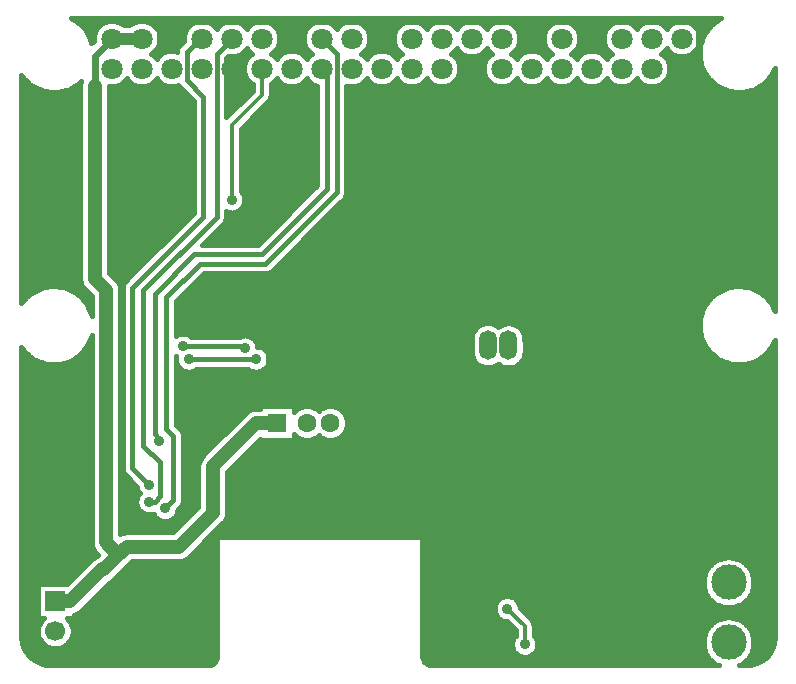
<source format=gbl>
G04 DipTrace 3.0.0.2*
G04 InterfaceBoard.GBL*
%MOMM*%
G04 #@! TF.FileFunction,Copper,L2,Bot*
G04 #@! TF.Part,Single*
G04 #@! TA.AperFunction,Conductor*
%ADD13C,0.3*%
G04 #@! TA.AperFunction,CopperBalancing*
%ADD14C,0.4*%
G04 #@! TA.AperFunction,Conductor*
%ADD16C,0.6*%
%ADD18C,1.2*%
%ADD20C,1.0*%
G04 #@! TA.AperFunction,ComponentPad*
%ADD22C,3.0*%
%ADD30R,1.6X1.6*%
%ADD31C,1.6*%
%ADD32O,1.5X2.0*%
%ADD33R,1.7X1.7*%
%ADD34C,1.7*%
%ADD40C,1.8*%
%ADD41O,1.5X2.5*%
G04 #@! TA.AperFunction,ViaPad*
%ADD51C,0.9*%
%FSLAX35Y35*%
G04*
G71*
G90*
G75*
G01*
G04 Bottom*
%LPD*%
X1839843Y4000500D2*
D13*
Y4635500D1*
X2093843Y4889500D1*
Y5112200D1*
X2093930Y5112287D1*
X5237093Y587373D2*
D14*
X4871970D1*
X4707960Y751383D1*
X4632077Y827267D1*
X4475093Y984250D1*
X4804363Y367403D2*
Y541017D1*
X4850720Y587373D1*
X4871970D1*
X3924263Y886983D2*
X4334237D1*
X4459220Y762000D1*
X4566810D1*
X4632077Y827267D1*
X4707960Y751383D2*
X4813727D1*
X5094217Y1031873D1*
Y1372823D1*
Y1619380D1*
X5332343D1*
X5363963D1*
X5713317Y1270027D1*
X6047354D1*
X1204843Y1270000D2*
X1315967D1*
X1474717Y1428750D1*
Y1809750D1*
X1998593Y2333627D1*
X2935220D1*
X2951093Y2349500D1*
Y2136613D1*
X2926077Y2111597D1*
X3216077Y1376597D2*
Y1677860D1*
X3236843Y1698627D1*
X1950970D1*
X1935093Y1682750D1*
Y1377580D1*
X1936077Y1376597D1*
X3216077Y1677860D2*
X3871843D1*
X3967097D1*
X3982970D1*
X4125843D1*
X4252843D1*
Y1587500D1*
X5094217Y1372823D2*
X4633843D1*
X4506843D1*
X4379843D1*
X4125843D1*
X4007147D1*
X3982970Y1397000D1*
Y1460500D1*
Y1587500D1*
Y1677860D1*
X1331930Y5366287D2*
Y5492837D1*
X1347720Y5508627D1*
X2347930D1*
X3109930D1*
X4379930D1*
X5776843D1*
X5792717Y5524500D1*
Y5112287D1*
Y3540123D1*
X5332343Y3079750D1*
Y1619380D1*
X5649930Y5112287D2*
X5792717D1*
X4379930Y5366287D2*
Y5508627D1*
X3109930Y5366287D2*
Y5508627D1*
X2347930Y5366287D2*
Y5508627D1*
X4125843Y1714500D2*
Y1677860D1*
X3998843Y1714500D2*
X3967097Y1677860D1*
X3871843Y1714500D2*
Y1677860D1*
X3998843Y1587500D2*
X3982970D1*
X3998843Y1460500D2*
X3982970D1*
X3998843Y1333500D2*
X4007147Y1372823D1*
X4125843Y1333500D2*
Y1372823D1*
X4379843Y1333500D2*
Y1372823D1*
X4506843Y1333500D2*
Y1372823D1*
X4633843Y1333500D2*
Y1372823D1*
X347617Y603310D2*
D18*
X474653D1*
X744470Y873127D1*
X760343D1*
X882663Y995447D1*
X950840Y1063623D1*
X1391967D1*
X1681093Y1352750D1*
Y1746250D1*
X2046217Y2111373D1*
X2225853D1*
X2226077Y2111597D1*
X1077930Y5366287D2*
D20*
X823930D1*
D18*
X824383D1*
D16*
X680970Y5222873D1*
Y4968873D1*
D18*
Y3333747D1*
X776217Y3238500D1*
Y1101893D1*
X882663Y995447D1*
X1476900Y2653307D2*
D14*
X2046217D1*
X1228343Y1960000D2*
Y1980000D1*
X1188967Y2019377D1*
Y3206747D1*
X1522220Y3540000D1*
X2098343D1*
X2648343Y4090000D1*
Y5065873D1*
X2601930Y5112287D1*
X1141123Y1587720D2*
X998467Y1730377D1*
Y3254373D1*
X1601717Y3857623D1*
Y4873627D1*
X1458843Y5016500D1*
Y5254623D1*
X1570507Y5366287D1*
X1585930D1*
X1141343Y1444627D2*
X1188970D1*
X1236593Y1492250D1*
Y1778000D1*
X1093717Y1920877D1*
Y3238500D1*
X1712843Y3857627D1*
Y5239200D1*
X1839930Y5366287D1*
X1276280Y1389063D2*
X1347717Y1460500D1*
Y2000253D1*
X1284217Y2063753D1*
Y3174997D1*
X1569970Y3460750D1*
X2125593D1*
X2728843Y4064000D1*
Y5239373D1*
X2601930Y5366287D1*
X1427093Y2762250D2*
X1935093D1*
X1950970Y2746373D1*
X4321440Y238150D2*
D13*
Y391780D1*
X4173470Y539750D1*
D51*
X1839843Y4000500D3*
X5237093Y587373D3*
X4475093Y984250D3*
X4804363Y367403D3*
X3924263Y886983D3*
X1204843Y1270000D3*
X4252843Y1587500D3*
X1476900Y2653307D3*
X2046217D3*
X1228343Y1960000D3*
X1141123Y1587720D3*
X1141343Y1444627D3*
X1276280Y1389063D3*
X1427093Y2762250D3*
X1950970Y2746373D3*
X4321440Y238150D3*
X4173470Y539750D3*
X299970Y4572000D3*
Y3619500D3*
Y2397127D3*
X157093Y1301750D3*
X172970Y1762127D3*
X2252593Y4222750D3*
X2268470Y4714873D3*
X1236593Y3984627D3*
X1093717Y4508500D3*
X1538217Y2984500D3*
X1696970Y3254373D3*
X411093Y127000D3*
X1617593Y968373D3*
X3871843Y1841500D3*
X3998843D3*
X4125843D3*
X4252843D3*
X4379843D3*
X4506843D3*
X4633843D3*
Y1714500D3*
X4506843D3*
X4379843D3*
X4252843D3*
X4125843D3*
X3998843D3*
X3871843D3*
Y1587500D3*
X3998843D3*
X4125843D3*
X4379843D3*
X4506843D3*
X4633843D3*
Y1460500D3*
X4506843D3*
X4379843D3*
X4252843D3*
X4125843D3*
X3998843D3*
X3871843D3*
X760263Y460327D3*
X3998843Y1333500D3*
X4125843D3*
X4252843D3*
X4379843D3*
X4506843D3*
X4633843D3*
Y1968500D3*
X4506843D3*
X4379843D3*
X4252843D3*
X4125843D3*
X3998843D3*
X3871843D3*
X4768343Y440000D3*
X4838343D3*
Y300000D3*
X4768343D3*
X3888343Y820000D3*
X3958343D3*
Y970000D3*
X3888343D3*
X5157177Y2222267D3*
X5284163Y2476240D3*
X5649250D3*
X5982590Y2238140D3*
X6141323Y2015913D3*
X6014337Y1793687D3*
X5744490Y1730193D3*
Y1460347D3*
X546617Y5500333D2*
D14*
X749086D1*
X898727D2*
X1003148D1*
X1152711D2*
X1511117D1*
X1660758D2*
X1765102D1*
X1914742D2*
X2019086D1*
X2168727D2*
X2527133D1*
X2676773D2*
X2781117D1*
X2930758D2*
X3289086D1*
X3438727D2*
X3543148D1*
X3692711D2*
X3797133D1*
X3946773D2*
X4051117D1*
X4200758D2*
X4559086D1*
X4708727D2*
X5067133D1*
X5216773D2*
X5321117D1*
X5470758D2*
X5575102D1*
X5724742D2*
X5921195D1*
X587555Y5460667D2*
X701273D1*
X1200602D2*
X1463305D1*
X2216539D2*
X2479320D1*
X2978570D2*
X3241273D1*
X4248570D2*
X4511273D1*
X4756539D2*
X5019320D1*
X5772555D2*
X5880336D1*
X617008Y5421000D2*
X678539D1*
X1223336D2*
X1440570D1*
X2239273D2*
X2456586D1*
X3001305D2*
X3218539D1*
X4271305D2*
X4488539D1*
X4779273D2*
X4996586D1*
X5795289D2*
X5850805D1*
X638492Y5381333D2*
X669086D1*
X1232789D2*
X1431117D1*
X2248805D2*
X2447055D1*
X3010758D2*
X3209086D1*
X4280758D2*
X4479086D1*
X4788805D2*
X4987055D1*
X5804742D2*
X5829329D1*
X1231539Y5341667D2*
X1426508D1*
X2247555D2*
X2448305D1*
X3009508D2*
X3210336D1*
X4279508D2*
X4480336D1*
X4787555D2*
X4988305D1*
X1219195Y5302000D2*
X1388461D1*
X2235211D2*
X2460648D1*
X2997242D2*
X3222602D1*
X4267242D2*
X4492602D1*
X4775211D2*
X5000648D1*
X1192242Y5262333D2*
X1306273D1*
X1954273D2*
X1979555D1*
X2208258D2*
X2322289D1*
X2373570D2*
X2487602D1*
X2970289D2*
X3084320D1*
X3135602D2*
X3249555D1*
X3732242D2*
X3757602D1*
X3986305D2*
X4011656D1*
X4240289D2*
X4354320D1*
X4405602D2*
X4519555D1*
X4748258D2*
X4862289D1*
X4913570D2*
X5027602D1*
X5510289D2*
X5535539D1*
X5764273D2*
X5800102D1*
X1185836Y5222667D2*
X1224008D1*
X1892477D2*
X1986039D1*
X2201852D2*
X2240023D1*
X2455836D2*
X2494008D1*
X2963883D2*
X3001977D1*
X3217867D2*
X3256039D1*
X3725836D2*
X3819398D1*
X3924430D2*
X4017992D1*
X4233883D2*
X4271977D1*
X4487867D2*
X4526039D1*
X4741852D2*
X4780023D1*
X4995836D2*
X5034008D1*
X5503883D2*
X5597367D1*
X5702477D2*
X5800336D1*
X1798414Y5183000D2*
X1955805D1*
X3755992D2*
X3987836D1*
X5534039D2*
X5805336D1*
X1798414Y5143333D2*
X1941508D1*
X3770289D2*
X3973539D1*
X5548336D2*
X5815414D1*
X1798414Y5103667D2*
X1938539D1*
X3773258D2*
X3970570D1*
X5551305D2*
X5831039D1*
X1798414Y5064000D2*
X1946195D1*
X3765602D2*
X3978227D1*
X5543648D2*
X5853148D1*
X6414742D2*
X6436039D1*
X1798414Y5024333D2*
X1966430D1*
X3745445D2*
X3998461D1*
X5523414D2*
X5883461D1*
X6384352D2*
X6436039D1*
X64039Y4984667D2*
X125648D1*
X909742D2*
X992133D1*
X1163727D2*
X1246117D1*
X1798414D2*
X2008070D1*
X2179742D2*
X2262133D1*
X2433727D2*
X2516117D1*
X2941773D2*
X3024086D1*
X3195758D2*
X3278070D1*
X3449742D2*
X3532133D1*
X3703727D2*
X4040102D1*
X4211773D2*
X4294086D1*
X4465758D2*
X4548070D1*
X4719742D2*
X4802133D1*
X4973727D2*
X5056117D1*
X5227789D2*
X5310102D1*
X5481773D2*
X5925648D1*
X6342164D2*
X6436039D1*
X64039Y4945000D2*
X190102D1*
X477711D2*
X555414D1*
X806539D2*
X1410961D1*
X1798414D2*
X2013305D1*
X2174430D2*
X2562758D1*
X2814430D2*
X5990102D1*
X6277711D2*
X6436039D1*
X64039Y4905333D2*
X555414D1*
X806539D2*
X1450648D1*
X1798414D2*
X1997367D1*
X2174430D2*
X2562758D1*
X2814430D2*
X6436039D1*
X64039Y4865667D2*
X555414D1*
X806539D2*
X1490336D1*
X1798414D2*
X1957758D1*
X2170602D2*
X2562758D1*
X2814430D2*
X6436039D1*
X64039Y4826000D2*
X555414D1*
X806539D2*
X1516117D1*
X1798414D2*
X1918070D1*
X2142633D2*
X2562758D1*
X2814430D2*
X6436039D1*
X64039Y4786333D2*
X555414D1*
X806539D2*
X1516117D1*
X1798414D2*
X1878383D1*
X2102945D2*
X2562758D1*
X2814430D2*
X6436039D1*
X64039Y4746667D2*
X555414D1*
X806539D2*
X1516117D1*
X1798414D2*
X1838695D1*
X2063258D2*
X2562758D1*
X2814430D2*
X6436039D1*
X64039Y4707000D2*
X555414D1*
X806539D2*
X1516117D1*
X2023648D2*
X2562758D1*
X2814430D2*
X6436039D1*
X64039Y4667333D2*
X555414D1*
X806539D2*
X1516117D1*
X1983961D2*
X2562758D1*
X2814430D2*
X6436039D1*
X64039Y4627667D2*
X555414D1*
X806539D2*
X1516117D1*
X1944273D2*
X2562758D1*
X2814430D2*
X6436039D1*
X64039Y4588000D2*
X555414D1*
X806539D2*
X1516117D1*
X1920445D2*
X2562758D1*
X2814430D2*
X6436039D1*
X64039Y4548333D2*
X555414D1*
X806539D2*
X1516117D1*
X1920445D2*
X2562758D1*
X2814430D2*
X6436039D1*
X64039Y4508667D2*
X555414D1*
X806539D2*
X1516117D1*
X1920445D2*
X2562758D1*
X2814430D2*
X6436039D1*
X64039Y4469000D2*
X555414D1*
X806539D2*
X1516117D1*
X1920445D2*
X2562758D1*
X2814430D2*
X6436039D1*
X64039Y4429333D2*
X555414D1*
X806539D2*
X1516117D1*
X1920445D2*
X2562758D1*
X2814430D2*
X6436039D1*
X64039Y4389667D2*
X555414D1*
X806539D2*
X1516117D1*
X1920445D2*
X2562758D1*
X2814430D2*
X6436039D1*
X64039Y4350000D2*
X555414D1*
X806539D2*
X1516117D1*
X1920445D2*
X2562758D1*
X2814430D2*
X6436039D1*
X64039Y4310333D2*
X555414D1*
X806539D2*
X1516117D1*
X1920445D2*
X2562758D1*
X2814430D2*
X6436039D1*
X64039Y4270667D2*
X555414D1*
X806539D2*
X1516117D1*
X1920445D2*
X2562758D1*
X2814430D2*
X6436039D1*
X64039Y4231000D2*
X555414D1*
X806539D2*
X1516117D1*
X1920445D2*
X2562758D1*
X2814430D2*
X6436039D1*
X64039Y4191333D2*
X555414D1*
X806539D2*
X1516117D1*
X1920445D2*
X2562758D1*
X2814430D2*
X6436039D1*
X64039Y4151667D2*
X555414D1*
X806539D2*
X1516117D1*
X1920445D2*
X2562758D1*
X2814430D2*
X6436039D1*
X64039Y4112000D2*
X555414D1*
X806539D2*
X1516117D1*
X1920445D2*
X2550961D1*
X2814430D2*
X6436039D1*
X64039Y4072333D2*
X555414D1*
X806539D2*
X1516117D1*
X1922633D2*
X2511352D1*
X2814430D2*
X6436039D1*
X64039Y4032667D2*
X555414D1*
X806539D2*
X1516117D1*
X1945445D2*
X2471664D1*
X2808180D2*
X6436039D1*
X64039Y3993000D2*
X555414D1*
X806539D2*
X1516117D1*
X1950211D2*
X2431977D1*
X2777164D2*
X6436039D1*
X64039Y3953333D2*
X555414D1*
X806539D2*
X1516117D1*
X1939430D2*
X2392289D1*
X2737555D2*
X6436039D1*
X64039Y3913667D2*
X555414D1*
X806539D2*
X1516117D1*
X1905680D2*
X2352680D1*
X2697867D2*
X6436039D1*
X64039Y3874000D2*
X555414D1*
X806539D2*
X1498773D1*
X1798414D2*
X2312992D1*
X2658180D2*
X6436039D1*
X64039Y3834333D2*
X555414D1*
X806539D2*
X1459086D1*
X1794977D2*
X2273305D1*
X2618492D2*
X6436039D1*
X64039Y3794667D2*
X555414D1*
X806539D2*
X1419398D1*
X1769273D2*
X2233695D1*
X2578883D2*
X6436039D1*
X64039Y3755000D2*
X555414D1*
X806539D2*
X1379711D1*
X1729586D2*
X2194008D1*
X2539195D2*
X6436039D1*
X64039Y3715333D2*
X555414D1*
X806539D2*
X1340102D1*
X1689898D2*
X2154320D1*
X2499508D2*
X6436039D1*
X64039Y3675667D2*
X555414D1*
X806539D2*
X1300414D1*
X1650211D2*
X2114633D1*
X2459898D2*
X6436039D1*
X64039Y3636000D2*
X555414D1*
X806539D2*
X1260727D1*
X1610602D2*
X2075023D1*
X2420211D2*
X6436039D1*
X64039Y3596333D2*
X555414D1*
X806539D2*
X1221039D1*
X2380523D2*
X6436039D1*
X64039Y3556667D2*
X555414D1*
X806539D2*
X1181430D1*
X2340836D2*
X6436039D1*
X64039Y3517000D2*
X555414D1*
X806539D2*
X1141742D1*
X2301227D2*
X6436039D1*
X64039Y3477333D2*
X555414D1*
X806539D2*
X1102055D1*
X2261539D2*
X6436039D1*
X64039Y3437667D2*
X555414D1*
X806539D2*
X1062445D1*
X2221852D2*
X6436039D1*
X64039Y3398000D2*
X555414D1*
X806539D2*
X1022758D1*
X2181695D2*
X6436039D1*
X64039Y3358333D2*
X555414D1*
X832320D2*
X983070D1*
X1586930D2*
X6436039D1*
X64039Y3318667D2*
X556352D1*
X871617D2*
X943383D1*
X1547242D2*
X6436039D1*
X64039Y3279000D2*
X568461D1*
X894820D2*
X916742D1*
X1507555D2*
X6436039D1*
X64039Y3239333D2*
X191742D1*
X476070D2*
X599477D1*
X1467945D2*
X5991742D1*
X6276070D2*
X6436039D1*
X64039Y3199667D2*
X126664D1*
X541227D2*
X639164D1*
X1428258D2*
X5926664D1*
X6341227D2*
X6436039D1*
X64039Y3160000D2*
X84215D1*
X583727D2*
X650648D1*
X1388570D2*
X5884164D1*
X6383727D2*
X6436039D1*
X614195Y3120333D2*
X650648D1*
X1369820D2*
X5853617D1*
X6414195D2*
X6436039D1*
X1369820Y3080667D2*
X5831352D1*
X1369820Y3041000D2*
X5815648D1*
X1369820Y3001333D2*
X5805492D1*
X1369820Y2961667D2*
X5800336D1*
X1369820Y2922000D2*
X3914867D1*
X4278023D2*
X5800023D1*
X1369820Y2882333D2*
X3883773D1*
X4309117D2*
X5804555D1*
X2000680Y2842667D2*
X3870336D1*
X4322555D2*
X5814008D1*
X2045289Y2803000D2*
X3868305D1*
X4324508D2*
X5829008D1*
X617477Y2763333D2*
X650648D1*
X2060211D2*
X3868305D1*
X4324508D2*
X5850336D1*
X588180Y2723667D2*
X650648D1*
X2130289D2*
X3868305D1*
X4324508D2*
X5879711D1*
X6388180D2*
X6436039D1*
X64039Y2684000D2*
X120258D1*
X547555D2*
X650648D1*
X2152320D2*
X3872992D1*
X4319898D2*
X5920258D1*
X6347555D2*
X6436039D1*
X64039Y2644333D2*
X181195D1*
X486695D2*
X650648D1*
X2156461D2*
X3890727D1*
X4302164D2*
X5981195D1*
X6286695D2*
X6436039D1*
X64039Y2604667D2*
X650648D1*
X2145055D2*
X3930648D1*
X4262242D2*
X6436039D1*
X64039Y2565000D2*
X650648D1*
X1369820D2*
X1413227D1*
X1540602D2*
X1982523D1*
X2109898D2*
X6436039D1*
X64039Y2525333D2*
X650648D1*
X1369820D2*
X6436039D1*
X64039Y2485667D2*
X650648D1*
X1369820D2*
X6436039D1*
X64039Y2446000D2*
X650648D1*
X1369820D2*
X6436039D1*
X64039Y2406333D2*
X650648D1*
X1369820D2*
X6436039D1*
X64039Y2366667D2*
X650648D1*
X1369820D2*
X6436039D1*
X64039Y2327000D2*
X650648D1*
X1369820D2*
X6436039D1*
X64039Y2287333D2*
X650648D1*
X1369820D2*
X6436039D1*
X64039Y2247667D2*
X650648D1*
X1369820D2*
X2080492D1*
X2371695D2*
X2432914D1*
X2519273D2*
X2632914D1*
X2719273D2*
X6436039D1*
X64039Y2208000D2*
X650648D1*
X1369820D2*
X1968461D1*
X2783805D2*
X6436039D1*
X64039Y2168333D2*
X650648D1*
X1369820D2*
X1927289D1*
X2809820D2*
X6436039D1*
X64039Y2128667D2*
X650648D1*
X1369820D2*
X1887602D1*
X2820680D2*
X6436039D1*
X64039Y2089000D2*
X650648D1*
X1378336D2*
X1847914D1*
X2819898D2*
X6436039D1*
X64039Y2049333D2*
X650648D1*
X1416852D2*
X1808227D1*
X2807242D2*
X6436039D1*
X64039Y2009667D2*
X650648D1*
X1432711D2*
X1768617D1*
X2778336D2*
X6436039D1*
X64039Y1970000D2*
X650648D1*
X1433258D2*
X1728930D1*
X2371695D2*
X6436039D1*
X64039Y1930333D2*
X650648D1*
X1433258D2*
X1689242D1*
X2041070D2*
X6436039D1*
X64039Y1890667D2*
X650648D1*
X1433258D2*
X1649555D1*
X2001461D2*
X6436039D1*
X64039Y1851000D2*
X650648D1*
X1433258D2*
X1609945D1*
X1961773D2*
X6436039D1*
X64039Y1811333D2*
X650648D1*
X1433258D2*
X1574398D1*
X1922086D2*
X6436039D1*
X64039Y1771667D2*
X650648D1*
X1433258D2*
X1558227D1*
X1882398D2*
X6436039D1*
X64039Y1732000D2*
X650648D1*
X1433258D2*
X1555492D1*
X1842789D2*
X6436039D1*
X64039Y1692333D2*
X650648D1*
X901773D2*
X922289D1*
X1433258D2*
X1555492D1*
X1806695D2*
X6436039D1*
X64039Y1652667D2*
X650648D1*
X901773D2*
X956820D1*
X1433258D2*
X1555492D1*
X1806695D2*
X6436039D1*
X64039Y1613000D2*
X650648D1*
X901773D2*
X996508D1*
X1433258D2*
X1555492D1*
X1806695D2*
X6436039D1*
X64039Y1573333D2*
X650648D1*
X901773D2*
X1031508D1*
X1433258D2*
X1555492D1*
X1806695D2*
X6436039D1*
X64039Y1533667D2*
X650648D1*
X901773D2*
X1045258D1*
X1433258D2*
X1555492D1*
X1806695D2*
X6436039D1*
X64039Y1494000D2*
X650648D1*
X901773D2*
X1042836D1*
X1433258D2*
X1555492D1*
X1806695D2*
X6436039D1*
X64039Y1454333D2*
X650648D1*
X901773D2*
X1031195D1*
X1433023D2*
X1555492D1*
X1806695D2*
X6436039D1*
X64039Y1414667D2*
X650648D1*
X901773D2*
X1035023D1*
X1419195D2*
X1555492D1*
X1806695D2*
X6436039D1*
X64039Y1375000D2*
X650648D1*
X901773D2*
X1056586D1*
X1385914D2*
X1527445D1*
X1806695D2*
X6436039D1*
X64039Y1335333D2*
X650648D1*
X901773D2*
X1180180D1*
X1372320D2*
X1487758D1*
X1805367D2*
X6436039D1*
X64039Y1295667D2*
X650648D1*
X901773D2*
X1220883D1*
X1331695D2*
X1448070D1*
X1792398D2*
X6436039D1*
X64039Y1256000D2*
X650648D1*
X901773D2*
X1408383D1*
X1760289D2*
X6436039D1*
X64039Y1216333D2*
X650648D1*
X901773D2*
X1368773D1*
X1720602D2*
X6436039D1*
X64039Y1176667D2*
X650648D1*
X1680914D2*
X6436039D1*
X64039Y1137000D2*
X650648D1*
X1641227D2*
X1714320D1*
X3452320D2*
X6436039D1*
X64039Y1097333D2*
X650727D1*
X1601617D2*
X1714320D1*
X3452320D2*
X6436039D1*
X64039Y1057667D2*
X659008D1*
X1561930D2*
X1714320D1*
X3452320D2*
X6436039D1*
X64039Y1018000D2*
X684242D1*
X1522242D2*
X1714320D1*
X3452320D2*
X6436039D1*
X64039Y978333D2*
X679555D1*
X1482633D2*
X1714320D1*
X3452320D2*
X6436039D1*
X64039Y938667D2*
X634086D1*
X1001773D2*
X1714320D1*
X3452320D2*
X5926820D1*
X6167867D2*
X6436039D1*
X64039Y899000D2*
X594398D1*
X962164D2*
X1714320D1*
X3452320D2*
X5882055D1*
X6212633D2*
X6436039D1*
X64039Y859333D2*
X554789D1*
X922477D2*
X1714320D1*
X3452320D2*
X5855492D1*
X6239273D2*
X6436039D1*
X64039Y819667D2*
X515102D1*
X882789D2*
X1714320D1*
X3452320D2*
X5839789D1*
X6254977D2*
X6436039D1*
X64039Y780000D2*
X475414D1*
X842477D2*
X1714320D1*
X3452320D2*
X5832523D1*
X6262164D2*
X6436039D1*
X64039Y740333D2*
X197055D1*
X787633D2*
X1714320D1*
X3452320D2*
X5832836D1*
X6261852D2*
X6436039D1*
X64039Y700667D2*
X197055D1*
X747945D2*
X1714320D1*
X3452320D2*
X5840883D1*
X6253883D2*
X6436039D1*
X64039Y661000D2*
X197055D1*
X708258D2*
X1714320D1*
X3452320D2*
X5857445D1*
X6237242D2*
X6436039D1*
X64039Y621333D2*
X197055D1*
X668570D2*
X1714320D1*
X3452320D2*
X4100883D1*
X4246070D2*
X5885336D1*
X6209430D2*
X6436039D1*
X64039Y581667D2*
X197055D1*
X628961D2*
X1714320D1*
X3452320D2*
X4071430D1*
X4275445D2*
X5932680D1*
X6162008D2*
X6436039D1*
X64039Y542000D2*
X197055D1*
X589273D2*
X1714320D1*
X3452320D2*
X4062914D1*
X4284039D2*
X6436039D1*
X64039Y502333D2*
X197055D1*
X546383D2*
X1714320D1*
X3452320D2*
X4069633D1*
X4323180D2*
X6436039D1*
X64039Y462667D2*
X197055D1*
X498180D2*
X1714320D1*
X3452320D2*
X4095805D1*
X4362867D2*
X6008070D1*
X6086617D2*
X6436039D1*
X64039Y423000D2*
X216898D1*
X478336D2*
X1714320D1*
X3452320D2*
X4177914D1*
X4395367D2*
X5915961D1*
X6178727D2*
X6436039D1*
X64039Y383333D2*
X201039D1*
X494195D2*
X1714320D1*
X3452320D2*
X4217602D1*
X4402008D2*
X5875883D1*
X6218883D2*
X6436039D1*
X64039Y343667D2*
X197133D1*
X498102D2*
X1714320D1*
X3452320D2*
X4240883D1*
X4402008D2*
X5851664D1*
X6243023D2*
X6436039D1*
X64000Y304000D2*
X204164D1*
X491070D2*
X1714320D1*
X3452320D2*
X4233617D1*
X4409273D2*
X5837758D1*
X6256930D2*
X6436039D1*
X69195Y264333D2*
X224164D1*
X471070D2*
X1714320D1*
X3452320D2*
X4214086D1*
X4428805D2*
X5831977D1*
X6262711D2*
X6430805D1*
X78180Y224667D2*
X266430D1*
X428805D2*
X1714320D1*
X3452320D2*
X4211664D1*
X4431148D2*
X5833773D1*
X6260914D2*
X6421820D1*
X94664Y185000D2*
X1714320D1*
X3452320D2*
X4225023D1*
X4417867D2*
X5843305D1*
X6251383D2*
X6405336D1*
X123414Y145333D2*
X1714086D1*
X3453492D2*
X4265023D1*
X4377867D2*
X5861820D1*
X6232867D2*
X6376586D1*
X167242Y105667D2*
X1707211D1*
X3465289D2*
X5892445D1*
X6202242D2*
X6332758D1*
X262320Y66000D2*
X1664945D1*
X3511773D2*
X5946273D1*
X6148414D2*
X6237680D1*
X6258302Y237425D2*
X6256349Y220925D1*
X6253108Y204630D1*
X6248598Y188639D1*
X6242847Y173051D1*
X6235891Y157962D1*
X6227773Y143466D1*
X6218542Y129651D1*
X6208256Y116603D1*
X6196978Y104403D1*
X6184777Y93125D1*
X6171730Y82839D1*
X6157915Y73608D1*
X6143419Y65490D1*
X6132400Y60000D1*
X6196309D1*
X6262130Y68697D1*
X6319843Y92643D1*
X6369427Y130726D1*
X6407466Y180344D1*
X6431366Y238116D1*
X6440042Y304220D1*
X6440002Y2815041D1*
X6426266Y2785470D1*
X6416423Y2768063D1*
X6405545Y2751284D1*
X6393672Y2735193D1*
X6380847Y2719851D1*
X6367117Y2705312D1*
X6352532Y2691631D1*
X6337147Y2678858D1*
X6321016Y2667039D1*
X6304200Y2656218D1*
X6286760Y2646434D1*
X6268761Y2637723D1*
X6250266Y2630117D1*
X6231346Y2623644D1*
X6212069Y2618328D1*
X6192505Y2614188D1*
X6172727Y2611240D1*
X6152806Y2609493D1*
X6132816Y2608955D1*
X6112831Y2609628D1*
X6092922Y2611509D1*
X6073164Y2614590D1*
X6053629Y2618862D1*
X6034388Y2624308D1*
X6015512Y2630908D1*
X5997069Y2638639D1*
X5979128Y2647471D1*
X5961755Y2657372D1*
X5945012Y2668307D1*
X5928962Y2680234D1*
X5913663Y2693111D1*
X5899171Y2706890D1*
X5885539Y2721520D1*
X5872818Y2736949D1*
X5861053Y2753119D1*
X5850289Y2769972D1*
X5840563Y2787444D1*
X5831913Y2805474D1*
X5824370Y2823993D1*
X5817961Y2842935D1*
X5812710Y2862230D1*
X5808636Y2881808D1*
X5805754Y2901596D1*
X5804075Y2921522D1*
X5803604Y2941514D1*
X5804344Y2961497D1*
X5806292Y2981399D1*
X5809440Y3001147D1*
X5813778Y3020667D1*
X5819289Y3039890D1*
X5825953Y3058744D1*
X5833745Y3077160D1*
X5842637Y3095071D1*
X5852597Y3112411D1*
X5863588Y3129117D1*
X5875570Y3145127D1*
X5888498Y3160382D1*
X5902326Y3174828D1*
X5917002Y3188410D1*
X5932474Y3201080D1*
X5948684Y3212790D1*
X5965572Y3223497D1*
X5983077Y3233164D1*
X6001136Y3241753D1*
X6019681Y3249234D1*
X6038644Y3255579D1*
X6057957Y3260765D1*
X6077548Y3264773D1*
X6097346Y3267588D1*
X6117278Y3269200D1*
X6137271Y3269603D1*
X6157251Y3268796D1*
X6177147Y3266781D1*
X6196883Y3263566D1*
X6216390Y3259162D1*
X6235593Y3253587D1*
X6254425Y3246860D1*
X6272815Y3239005D1*
X6290696Y3230052D1*
X6308002Y3220034D1*
X6324670Y3208987D1*
X6340640Y3196951D1*
X6355852Y3183972D1*
X6370251Y3170095D1*
X6383783Y3155373D1*
X6396401Y3139859D1*
X6408056Y3123610D1*
X6418707Y3106686D1*
X6428314Y3089148D1*
X6440059Y3063009D1*
X6440000Y5120041D1*
X6426266Y5090470D1*
X6416423Y5073063D1*
X6405545Y5056284D1*
X6393672Y5040193D1*
X6380847Y5024851D1*
X6367117Y5010312D1*
X6352532Y4996631D1*
X6337147Y4983858D1*
X6321016Y4972039D1*
X6304200Y4961218D1*
X6286760Y4951434D1*
X6268761Y4942723D1*
X6250266Y4935117D1*
X6231346Y4928644D1*
X6212069Y4923328D1*
X6192505Y4919188D1*
X6172727Y4916240D1*
X6152806Y4914493D1*
X6132816Y4913955D1*
X6112831Y4914628D1*
X6092922Y4916509D1*
X6073164Y4919590D1*
X6053629Y4923862D1*
X6034388Y4929308D1*
X6015512Y4935908D1*
X5997069Y4943639D1*
X5979128Y4952471D1*
X5961755Y4962372D1*
X5945012Y4973307D1*
X5928962Y4985234D1*
X5913663Y4998111D1*
X5899171Y5011890D1*
X5885539Y5026520D1*
X5872818Y5041949D1*
X5861053Y5058119D1*
X5850289Y5074972D1*
X5840563Y5092444D1*
X5831913Y5110474D1*
X5824370Y5128993D1*
X5817961Y5147935D1*
X5812710Y5167230D1*
X5808636Y5186808D1*
X5805754Y5206596D1*
X5804075Y5226522D1*
X5803604Y5246514D1*
X5804344Y5266497D1*
X5806292Y5286399D1*
X5809440Y5306147D1*
X5813778Y5325667D1*
X5819289Y5344890D1*
X5825953Y5363744D1*
X5833745Y5382160D1*
X5842637Y5400071D1*
X5852597Y5417411D1*
X5863588Y5434117D1*
X5875570Y5450127D1*
X5888498Y5465382D1*
X5902326Y5479828D1*
X5917002Y5493410D1*
X5932474Y5506080D1*
X5948684Y5517790D1*
X5965572Y5528497D1*
X5986957Y5540009D1*
X481210Y5540000D1*
X508002Y5525034D1*
X524670Y5513987D1*
X540640Y5501951D1*
X555852Y5488972D1*
X570251Y5475095D1*
X583783Y5460373D1*
X596401Y5444859D1*
X608056Y5428610D1*
X618707Y5411686D1*
X628314Y5394148D1*
X636842Y5376060D1*
X644260Y5357490D1*
X654002Y5325443D1*
X673817Y5345263D1*
X672330Y5366287D1*
X674196Y5390002D1*
X679750Y5413134D1*
X688853Y5435112D1*
X701283Y5455395D1*
X716733Y5473484D1*
X734822Y5488934D1*
X755105Y5501363D1*
X777083Y5510467D1*
X800215Y5516020D1*
X823930Y5517887D1*
X847645Y5516020D1*
X870777Y5510467D1*
X892755Y5501363D1*
X913038Y5488934D1*
X926381Y5477871D1*
X975258Y5477887D1*
X988822Y5488934D1*
X1009105Y5501363D1*
X1031083Y5510467D1*
X1054215Y5516020D1*
X1077930Y5517887D1*
X1101645Y5516020D1*
X1124777Y5510467D1*
X1146755Y5501363D1*
X1167038Y5488934D1*
X1185127Y5473484D1*
X1200577Y5455395D1*
X1213007Y5435112D1*
X1222110Y5413134D1*
X1227664Y5390002D1*
X1229530Y5366287D1*
X1227664Y5342571D1*
X1222110Y5319440D1*
X1213007Y5297462D1*
X1200577Y5277178D1*
X1185127Y5259089D1*
X1167038Y5243640D1*
X1160582Y5239326D1*
X1176386Y5227564D1*
X1193208Y5210743D1*
X1204891Y5194938D1*
X1216652Y5210743D1*
X1233474Y5227564D1*
X1252719Y5241547D1*
X1273915Y5252347D1*
X1296540Y5259698D1*
X1320036Y5263419D1*
X1343824D1*
X1367320Y5259698D1*
X1377300Y5256883D1*
X1378248Y5267388D1*
X1381237Y5279839D1*
X1386137Y5291669D1*
X1392827Y5302587D1*
X1401143Y5312324D1*
X1435559Y5346740D1*
X1434330Y5366287D1*
X1436196Y5390002D1*
X1441750Y5413134D1*
X1450853Y5435112D1*
X1463283Y5455395D1*
X1478733Y5473484D1*
X1496822Y5488934D1*
X1517105Y5501363D1*
X1539083Y5510467D1*
X1562215Y5516020D1*
X1585930Y5517887D1*
X1609645Y5516020D1*
X1632777Y5510467D1*
X1654755Y5501363D1*
X1675038Y5488934D1*
X1693127Y5473484D1*
X1708577Y5455395D1*
X1712891Y5448938D1*
X1724652Y5464743D1*
X1741474Y5481564D1*
X1760719Y5495547D1*
X1781915Y5506347D1*
X1804540Y5513698D1*
X1828036Y5517419D1*
X1851824D1*
X1875320Y5513698D1*
X1897945Y5506347D1*
X1919141Y5495547D1*
X1938386Y5481564D1*
X1955208Y5464743D1*
X1966891Y5448938D1*
X1978652Y5464743D1*
X1995474Y5481564D1*
X2014719Y5495547D1*
X2035915Y5506347D1*
X2058540Y5513698D1*
X2082036Y5517419D1*
X2105824D1*
X2129320Y5513698D1*
X2151945Y5506347D1*
X2173141Y5495547D1*
X2192386Y5481564D1*
X2209208Y5464743D1*
X2223190Y5445497D1*
X2233990Y5424301D1*
X2241341Y5401677D1*
X2245063Y5378181D1*
Y5354392D1*
X2241341Y5330896D1*
X2233990Y5308272D1*
X2223190Y5287076D1*
X2209208Y5267830D1*
X2192386Y5251009D1*
X2176582Y5239326D1*
X2192386Y5227564D1*
X2209208Y5210743D1*
X2220891Y5194938D1*
X2232652Y5210743D1*
X2249474Y5227564D1*
X2268719Y5241547D1*
X2289915Y5252347D1*
X2312540Y5259698D1*
X2336036Y5263419D1*
X2359824D1*
X2383320Y5259698D1*
X2405945Y5252347D1*
X2427141Y5241547D1*
X2446386Y5227564D1*
X2463208Y5210743D1*
X2474891Y5194938D1*
X2486652Y5210743D1*
X2503474Y5227564D1*
X2519278Y5239248D1*
X2503474Y5251009D1*
X2486652Y5267830D1*
X2472670Y5287076D1*
X2461870Y5308272D1*
X2454519Y5330896D1*
X2450797Y5354392D1*
Y5378181D1*
X2454519Y5401677D1*
X2461870Y5424301D1*
X2472670Y5445497D1*
X2486652Y5464743D1*
X2503474Y5481564D1*
X2522719Y5495547D1*
X2543915Y5506347D1*
X2566540Y5513698D1*
X2590036Y5517419D1*
X2613824D1*
X2637320Y5513698D1*
X2659945Y5506347D1*
X2681141Y5495547D1*
X2700386Y5481564D1*
X2717208Y5464743D1*
X2728891Y5448938D1*
X2740652Y5464743D1*
X2757474Y5481564D1*
X2776719Y5495547D1*
X2797915Y5506347D1*
X2820540Y5513698D1*
X2844036Y5517419D1*
X2867824D1*
X2891320Y5513698D1*
X2913945Y5506347D1*
X2935141Y5495547D1*
X2954386Y5481564D1*
X2971208Y5464743D1*
X2985190Y5445497D1*
X2995990Y5424301D1*
X3003341Y5401677D1*
X3007063Y5378181D1*
Y5354392D1*
X3003341Y5330896D1*
X2995990Y5308272D1*
X2985190Y5287076D1*
X2971208Y5267830D1*
X2954386Y5251009D1*
X2938582Y5239326D1*
X2954386Y5227564D1*
X2971208Y5210743D1*
X2982891Y5194938D1*
X2994652Y5210743D1*
X3011474Y5227564D1*
X3030719Y5241547D1*
X3051915Y5252347D1*
X3074540Y5259698D1*
X3098036Y5263419D1*
X3121824D1*
X3145320Y5259698D1*
X3167945Y5252347D1*
X3189141Y5241547D1*
X3208386Y5227564D1*
X3225208Y5210743D1*
X3236891Y5194938D1*
X3248652Y5210743D1*
X3265474Y5227564D1*
X3281278Y5239248D1*
X3265474Y5251009D1*
X3248652Y5267830D1*
X3234670Y5287076D1*
X3223870Y5308272D1*
X3216519Y5330896D1*
X3212797Y5354392D1*
Y5378181D1*
X3216519Y5401677D1*
X3223870Y5424301D1*
X3234670Y5445497D1*
X3248652Y5464743D1*
X3265474Y5481564D1*
X3284719Y5495547D1*
X3305915Y5506347D1*
X3328540Y5513698D1*
X3352036Y5517419D1*
X3375824D1*
X3399320Y5513698D1*
X3421945Y5506347D1*
X3443141Y5495547D1*
X3462386Y5481564D1*
X3479208Y5464743D1*
X3490891Y5448938D1*
X3502652Y5464743D1*
X3519474Y5481564D1*
X3538719Y5495547D1*
X3559915Y5506347D1*
X3582540Y5513698D1*
X3606036Y5517419D1*
X3629824D1*
X3653320Y5513698D1*
X3675945Y5506347D1*
X3697141Y5495547D1*
X3716386Y5481564D1*
X3733208Y5464743D1*
X3744891Y5448938D1*
X3756652Y5464743D1*
X3773474Y5481564D1*
X3792719Y5495547D1*
X3813915Y5506347D1*
X3836540Y5513698D1*
X3860036Y5517419D1*
X3883824D1*
X3907320Y5513698D1*
X3929945Y5506347D1*
X3951141Y5495547D1*
X3970386Y5481564D1*
X3987208Y5464743D1*
X3998891Y5448938D1*
X4010652Y5464743D1*
X4027474Y5481564D1*
X4046719Y5495547D1*
X4067915Y5506347D1*
X4090540Y5513698D1*
X4114036Y5517419D1*
X4137824D1*
X4161320Y5513698D1*
X4183945Y5506347D1*
X4205141Y5495547D1*
X4224386Y5481564D1*
X4241208Y5464743D1*
X4255190Y5445497D1*
X4265990Y5424301D1*
X4273341Y5401677D1*
X4277063Y5378181D1*
Y5354392D1*
X4273341Y5330896D1*
X4265990Y5308272D1*
X4255190Y5287076D1*
X4241208Y5267830D1*
X4224386Y5251009D1*
X4208582Y5239326D1*
X4224386Y5227564D1*
X4241208Y5210743D1*
X4252891Y5194938D1*
X4264652Y5210743D1*
X4281474Y5227564D1*
X4300719Y5241547D1*
X4321915Y5252347D1*
X4344540Y5259698D1*
X4368036Y5263419D1*
X4391824D1*
X4415320Y5259698D1*
X4437945Y5252347D1*
X4459141Y5241547D1*
X4478386Y5227564D1*
X4495208Y5210743D1*
X4506891Y5194938D1*
X4518652Y5210743D1*
X4535474Y5227564D1*
X4551278Y5239248D1*
X4535474Y5251009D1*
X4518652Y5267830D1*
X4504670Y5287076D1*
X4493870Y5308272D1*
X4486519Y5330896D1*
X4482797Y5354392D1*
Y5378181D1*
X4486519Y5401677D1*
X4493870Y5424301D1*
X4504670Y5445497D1*
X4518652Y5464743D1*
X4535474Y5481564D1*
X4554719Y5495547D1*
X4575915Y5506347D1*
X4598540Y5513698D1*
X4622036Y5517419D1*
X4645824D1*
X4669320Y5513698D1*
X4691945Y5506347D1*
X4713141Y5495547D1*
X4732386Y5481564D1*
X4749208Y5464743D1*
X4763190Y5445497D1*
X4773990Y5424301D1*
X4781341Y5401677D1*
X4785063Y5378181D1*
Y5354392D1*
X4781341Y5330896D1*
X4773990Y5308272D1*
X4763190Y5287076D1*
X4749208Y5267830D1*
X4732386Y5251009D1*
X4716582Y5239326D1*
X4732386Y5227564D1*
X4749208Y5210743D1*
X4760891Y5194938D1*
X4772652Y5210743D1*
X4789474Y5227564D1*
X4808719Y5241547D1*
X4829915Y5252347D1*
X4852540Y5259698D1*
X4876036Y5263419D1*
X4899824D1*
X4923320Y5259698D1*
X4945945Y5252347D1*
X4967141Y5241547D1*
X4986386Y5227564D1*
X5003208Y5210743D1*
X5014891Y5194938D1*
X5026652Y5210743D1*
X5043474Y5227564D1*
X5059278Y5239248D1*
X5043474Y5251009D1*
X5026652Y5267830D1*
X5012670Y5287076D1*
X5001870Y5308272D1*
X4994519Y5330896D1*
X4990797Y5354392D1*
Y5378181D1*
X4994519Y5401677D1*
X5001870Y5424301D1*
X5012670Y5445497D1*
X5026652Y5464743D1*
X5043474Y5481564D1*
X5062719Y5495547D1*
X5083915Y5506347D1*
X5106540Y5513698D1*
X5130036Y5517419D1*
X5153824D1*
X5177320Y5513698D1*
X5199945Y5506347D1*
X5221141Y5495547D1*
X5240386Y5481564D1*
X5257208Y5464743D1*
X5268891Y5448938D1*
X5280652Y5464743D1*
X5297474Y5481564D1*
X5316719Y5495547D1*
X5337915Y5506347D1*
X5360540Y5513698D1*
X5384036Y5517419D1*
X5407824D1*
X5431320Y5513698D1*
X5453945Y5506347D1*
X5475141Y5495547D1*
X5494386Y5481564D1*
X5511208Y5464743D1*
X5522891Y5448938D1*
X5534652Y5464743D1*
X5551474Y5481564D1*
X5570719Y5495547D1*
X5591915Y5506347D1*
X5614540Y5513698D1*
X5638036Y5517419D1*
X5661824D1*
X5685320Y5513698D1*
X5707945Y5506347D1*
X5729141Y5495547D1*
X5748386Y5481564D1*
X5765208Y5464743D1*
X5779190Y5445497D1*
X5789990Y5424301D1*
X5797341Y5401677D1*
X5801063Y5378181D1*
Y5354392D1*
X5797341Y5330896D1*
X5789990Y5308272D1*
X5779190Y5287076D1*
X5765208Y5267830D1*
X5748386Y5251009D1*
X5729141Y5237026D1*
X5707945Y5226227D1*
X5685320Y5218875D1*
X5661824Y5215154D1*
X5638036D1*
X5614540Y5218875D1*
X5591915Y5226227D1*
X5570719Y5237026D1*
X5551474Y5251009D1*
X5534652Y5267830D1*
X5522969Y5283635D1*
X5511208Y5267830D1*
X5494386Y5251009D1*
X5478582Y5239326D1*
X5494386Y5227564D1*
X5511208Y5210743D1*
X5525190Y5191497D1*
X5535990Y5170301D1*
X5543341Y5147677D1*
X5547063Y5124181D1*
Y5100392D1*
X5543341Y5076896D1*
X5535990Y5054272D1*
X5525190Y5033076D1*
X5511208Y5013830D1*
X5494386Y4997009D1*
X5475141Y4983026D1*
X5453945Y4972227D1*
X5431320Y4964875D1*
X5407824Y4961154D1*
X5384036D1*
X5360540Y4964875D1*
X5337915Y4972227D1*
X5316719Y4983026D1*
X5297474Y4997009D1*
X5280652Y5013830D1*
X5268969Y5029635D1*
X5257208Y5013830D1*
X5240386Y4997009D1*
X5221141Y4983026D1*
X5199945Y4972227D1*
X5177320Y4964875D1*
X5153824Y4961154D1*
X5130036D1*
X5106540Y4964875D1*
X5083915Y4972227D1*
X5062719Y4983026D1*
X5043474Y4997009D1*
X5026652Y5013830D1*
X5014969Y5029635D1*
X5003208Y5013830D1*
X4986386Y4997009D1*
X4967141Y4983026D1*
X4945945Y4972227D1*
X4923320Y4964875D1*
X4899824Y4961154D1*
X4876036D1*
X4852540Y4964875D1*
X4829915Y4972227D1*
X4808719Y4983026D1*
X4789474Y4997009D1*
X4772652Y5013830D1*
X4760969Y5029635D1*
X4749208Y5013830D1*
X4732386Y4997009D1*
X4713141Y4983026D1*
X4691945Y4972227D1*
X4669320Y4964875D1*
X4645824Y4961154D1*
X4622036D1*
X4598540Y4964875D1*
X4575915Y4972227D1*
X4554719Y4983026D1*
X4535474Y4997009D1*
X4518652Y5013830D1*
X4506969Y5029635D1*
X4495208Y5013830D1*
X4478386Y4997009D1*
X4459141Y4983026D1*
X4437945Y4972227D1*
X4415320Y4964875D1*
X4391824Y4961154D1*
X4368036D1*
X4344540Y4964875D1*
X4321915Y4972227D1*
X4300719Y4983026D1*
X4281474Y4997009D1*
X4264652Y5013830D1*
X4252969Y5029635D1*
X4241208Y5013830D1*
X4224386Y4997009D1*
X4205141Y4983026D1*
X4183945Y4972227D1*
X4161320Y4964875D1*
X4137824Y4961154D1*
X4114036D1*
X4090540Y4964875D1*
X4067915Y4972227D1*
X4046719Y4983026D1*
X4027474Y4997009D1*
X4010652Y5013830D1*
X3996670Y5033076D1*
X3985870Y5054272D1*
X3978519Y5076896D1*
X3974797Y5100392D1*
Y5124181D1*
X3978519Y5147677D1*
X3985870Y5170301D1*
X3996670Y5191497D1*
X4010652Y5210743D1*
X4027474Y5227564D1*
X4043278Y5239248D1*
X4027474Y5251009D1*
X4010652Y5267830D1*
X3998969Y5283635D1*
X3987208Y5267830D1*
X3970386Y5251009D1*
X3951141Y5237026D1*
X3929945Y5226227D1*
X3907320Y5218875D1*
X3883824Y5215154D1*
X3860036D1*
X3836540Y5218875D1*
X3813915Y5226227D1*
X3792719Y5237026D1*
X3773474Y5251009D1*
X3756652Y5267830D1*
X3744969Y5283635D1*
X3733208Y5267830D1*
X3716386Y5251009D1*
X3700582Y5239326D1*
X3716386Y5227564D1*
X3733208Y5210743D1*
X3747190Y5191497D1*
X3757990Y5170301D1*
X3765341Y5147677D1*
X3769063Y5124181D1*
Y5100392D1*
X3765341Y5076896D1*
X3757990Y5054272D1*
X3747190Y5033076D1*
X3733208Y5013830D1*
X3716386Y4997009D1*
X3697141Y4983026D1*
X3675945Y4972227D1*
X3653320Y4964875D1*
X3629824Y4961154D1*
X3606036D1*
X3582540Y4964875D1*
X3559915Y4972227D1*
X3538719Y4983026D1*
X3519474Y4997009D1*
X3502652Y5013830D1*
X3490969Y5029635D1*
X3479208Y5013830D1*
X3462386Y4997009D1*
X3443141Y4983026D1*
X3421945Y4972227D1*
X3399320Y4964875D1*
X3375824Y4961154D1*
X3352036D1*
X3328540Y4964875D1*
X3305915Y4972227D1*
X3284719Y4983026D1*
X3265474Y4997009D1*
X3248652Y5013830D1*
X3236969Y5029635D1*
X3225208Y5013830D1*
X3208386Y4997009D1*
X3189141Y4983026D1*
X3167945Y4972227D1*
X3145320Y4964875D1*
X3121824Y4961154D1*
X3098036D1*
X3074540Y4964875D1*
X3051915Y4972227D1*
X3030719Y4983026D1*
X3011474Y4997009D1*
X2994652Y5013830D1*
X2982969Y5029635D1*
X2971208Y5013830D1*
X2954386Y4997009D1*
X2935141Y4983026D1*
X2913945Y4972227D1*
X2891320Y4964875D1*
X2867824Y4961154D1*
X2844036D1*
X2820540Y4964875D1*
X2810381Y4967740D1*
X2810192Y4057598D1*
X2808189Y4044951D1*
X2804232Y4032773D1*
X2798419Y4021364D1*
X2790893Y4011005D1*
X2744117Y3963873D1*
X2178588Y3398701D1*
X2168229Y3391174D1*
X2156820Y3385361D1*
X2144643Y3381404D1*
X2131996Y3379401D1*
X2065593Y3379150D1*
X1603796D1*
X1365764Y3141144D1*
X1365817Y2849450D1*
X1378698Y2857231D1*
X1394152Y2863633D1*
X1410417Y2867538D1*
X1427093Y2868850D1*
X1443769Y2867538D1*
X1460035Y2863633D1*
X1475489Y2857231D1*
X1489751Y2848491D1*
X1495683Y2843815D1*
X1907796Y2843850D1*
X1918029Y2847756D1*
X1934294Y2851661D1*
X1950970Y2852973D1*
X1967646Y2851661D1*
X1983911Y2847756D1*
X1999365Y2841355D1*
X2013628Y2832615D1*
X2026348Y2821751D1*
X2037211Y2809031D1*
X2045951Y2794769D1*
X2052353Y2779315D1*
X2056258Y2763049D1*
X2056692Y2759380D1*
X2071102Y2756961D1*
X2087011Y2751792D1*
X2101915Y2744198D1*
X2115448Y2734366D1*
X2127276Y2722538D1*
X2137108Y2709005D1*
X2144702Y2694101D1*
X2149871Y2678192D1*
X2152488Y2661670D1*
Y2644943D1*
X2149871Y2628421D1*
X2144702Y2612513D1*
X2137108Y2597608D1*
X2127276Y2584076D1*
X2115448Y2572247D1*
X2101915Y2562415D1*
X2087011Y2554821D1*
X2071102Y2549652D1*
X2054580Y2547035D1*
X2037853D1*
X2021331Y2549652D1*
X2005423Y2554821D1*
X1990518Y2562415D1*
X1977627Y2571741D1*
X1545514Y2571707D1*
X1532598Y2562415D1*
X1517694Y2554821D1*
X1501785Y2549652D1*
X1485264Y2547035D1*
X1468536D1*
X1452015Y2549652D1*
X1436106Y2554821D1*
X1421202Y2562415D1*
X1407669Y2572247D1*
X1395841Y2584076D1*
X1386009Y2597608D1*
X1378414Y2612513D1*
X1373245Y2628421D1*
X1370629Y2644943D1*
Y2661670D1*
X1371836Y2671105D1*
X1365817Y2674997D1*
Y2097575D1*
X1409766Y2053248D1*
X1417292Y2042889D1*
X1423105Y2031480D1*
X1427062Y2019303D1*
X1429065Y2006656D1*
X1429317Y1940253D1*
X1429065Y1454098D1*
X1427062Y1441451D1*
X1423105Y1429273D1*
X1417292Y1417864D1*
X1409766Y1407505D1*
X1382491Y1379874D1*
X1379935Y1364178D1*
X1374766Y1348269D1*
X1367171Y1333365D1*
X1357339Y1319832D1*
X1345511Y1308004D1*
X1331978Y1298172D1*
X1317074Y1290578D1*
X1301165Y1285409D1*
X1284644Y1282792D1*
X1267916D1*
X1251395Y1285409D1*
X1235486Y1290578D1*
X1220582Y1298172D1*
X1207049Y1308004D1*
X1195221Y1319832D1*
X1185389Y1333365D1*
X1179286Y1345033D1*
X1166229Y1340972D1*
X1149707Y1338355D1*
X1132980D1*
X1116458Y1340972D1*
X1100549Y1346141D1*
X1085645Y1353735D1*
X1072112Y1363567D1*
X1060284Y1375396D1*
X1050452Y1388928D1*
X1042858Y1403833D1*
X1037689Y1419741D1*
X1035072Y1436263D1*
Y1452990D1*
X1037689Y1469512D1*
X1042858Y1485421D1*
X1050452Y1500325D1*
X1060284Y1513858D1*
X1062259Y1515995D1*
X1054882Y1525062D1*
X1046142Y1539325D1*
X1039741Y1554779D1*
X1035836Y1571044D1*
X1034948Y1578545D1*
X936417Y1677382D1*
X928891Y1687741D1*
X923078Y1699150D1*
X919121Y1711327D1*
X917118Y1723974D1*
X916866Y1790377D1*
X917118Y3260776D1*
X919121Y3273423D1*
X923078Y3285600D1*
X928891Y3297009D1*
X936417Y3307368D1*
X983193Y3354500D1*
X1520097Y3891404D1*
X1520116Y4839889D1*
X1396794Y4963505D1*
X1389945Y4972227D1*
X1367320Y4964875D1*
X1343824Y4961154D1*
X1320036D1*
X1296540Y4964875D1*
X1273915Y4972227D1*
X1252719Y4983026D1*
X1233474Y4997009D1*
X1216652Y5013830D1*
X1204969Y5029635D1*
X1193208Y5013830D1*
X1176386Y4997009D1*
X1157141Y4983026D1*
X1135945Y4972227D1*
X1113320Y4964875D1*
X1089824Y4961154D1*
X1066036D1*
X1042540Y4964875D1*
X1019915Y4972227D1*
X998719Y4983026D1*
X979474Y4997009D1*
X962652Y5013830D1*
X950969Y5029635D1*
X939208Y5013830D1*
X922386Y4997009D1*
X903141Y4983026D1*
X881945Y4972227D1*
X859320Y4964875D1*
X835824Y4961154D1*
X812036D1*
X802570Y4962274D1*
Y3384108D1*
X868682Y3317473D1*
X879898Y3302036D1*
X888560Y3285034D1*
X894457Y3266887D1*
X897442Y3248041D1*
X897817Y3218500D1*
Y1172953D1*
X913263Y1179272D1*
X931818Y1183726D1*
X951697Y1185190D1*
X1341699Y1185224D1*
X1559491Y1403117D1*
X1559868Y1755791D1*
X1562853Y1774637D1*
X1568749Y1792784D1*
X1577412Y1809786D1*
X1588628Y1825223D1*
X1609251Y1846377D1*
X1967244Y2203839D1*
X1982681Y2215055D1*
X1999682Y2223717D1*
X2017830Y2229614D1*
X2036676Y2232599D1*
X2066217Y2232974D1*
X2084420D1*
X2084477Y2253197D1*
X2367677D1*
Y2202650D1*
X2375950Y2211723D1*
X2392846Y2226153D1*
X2411792Y2237763D1*
X2432320Y2246266D1*
X2453926Y2251453D1*
X2476077Y2253197D1*
X2498228Y2251453D1*
X2519833Y2246266D1*
X2540362Y2237763D1*
X2559307Y2226153D1*
X2576044Y2211870D1*
X2592846Y2226153D1*
X2611792Y2237763D1*
X2632320Y2246266D1*
X2653926Y2251453D1*
X2676077Y2253197D1*
X2698228Y2251453D1*
X2719833Y2246266D1*
X2740362Y2237763D1*
X2759307Y2226153D1*
X2776203Y2211723D1*
X2790633Y2194827D1*
X2802243Y2175882D1*
X2810746Y2155353D1*
X2815933Y2133748D1*
X2817677Y2111597D1*
X2815933Y2089446D1*
X2810746Y2067840D1*
X2802243Y2047312D1*
X2790633Y2028366D1*
X2776203Y2011470D1*
X2759307Y1997040D1*
X2740362Y1985430D1*
X2719833Y1976927D1*
X2698228Y1971740D1*
X2676077Y1969997D1*
X2653926Y1971740D1*
X2632320Y1976927D1*
X2611792Y1985430D1*
X2592846Y1997040D1*
X2576110Y2011323D1*
X2559307Y1997040D1*
X2540362Y1985430D1*
X2519833Y1976927D1*
X2498228Y1971740D1*
X2476077Y1969997D1*
X2453926Y1971740D1*
X2432320Y1976927D1*
X2411792Y1985430D1*
X2392846Y1997040D1*
X2375950Y2011470D1*
X2367677Y2020556D1*
Y1969997D1*
X2084477D1*
Y1977731D1*
X1802678Y1695866D1*
X1802319Y1343209D1*
X1799334Y1324363D1*
X1793437Y1306216D1*
X1784775Y1289214D1*
X1773559Y1273777D1*
X1752936Y1252623D1*
X1470940Y971158D1*
X1455503Y959942D1*
X1438501Y951279D1*
X1420354Y945383D1*
X1401507Y942398D1*
X1371967Y942023D1*
X1001107D1*
X846328Y787142D1*
X831818Y774750D1*
X815549Y764780D1*
X802170Y758858D1*
X553626Y510844D1*
X538189Y499629D1*
X521188Y490966D1*
X502126Y484888D1*
X503040Y485070D1*
X502126Y484888D1*
X494217Y469910D1*
Y456710D1*
X447420D1*
X459092Y444519D1*
X472614Y425908D1*
X483057Y405411D1*
X490166Y383533D1*
X493765Y360812D1*
Y337808D1*
X490166Y315087D1*
X483057Y293209D1*
X472614Y272712D1*
X459092Y254101D1*
X442826Y237834D1*
X424215Y224313D1*
X403718Y213869D1*
X381840Y206761D1*
X359119Y203162D1*
X336115D1*
X313394Y206761D1*
X291515Y213869D1*
X271018Y224313D1*
X252408Y237834D1*
X236141Y254101D1*
X222620Y272712D1*
X212176Y293209D1*
X205067Y315087D1*
X201469Y337808D1*
Y360812D1*
X205067Y383533D1*
X212176Y405411D1*
X222620Y425908D1*
X236141Y444519D1*
X248016Y456726D1*
X201017Y456710D1*
Y749910D1*
X449376D1*
X658486Y959111D1*
X672995Y971503D1*
X689265Y981473D1*
X702643Y987395D1*
X710764Y995516D1*
X683751Y1022920D1*
X672536Y1038357D1*
X663873Y1055359D1*
X657976Y1073506D1*
X654991Y1092353D1*
X654617Y1121893D1*
X654623Y2860066D1*
X649242Y2840807D1*
X642706Y2821909D1*
X635038Y2803440D1*
X626266Y2785470D1*
X616423Y2768063D1*
X605545Y2751284D1*
X593672Y2735193D1*
X580847Y2719851D1*
X567117Y2705312D1*
X552532Y2691631D1*
X537147Y2678858D1*
X521016Y2667039D1*
X504200Y2656218D1*
X486760Y2646434D1*
X468761Y2637723D1*
X450266Y2630117D1*
X431346Y2623644D1*
X412069Y2618328D1*
X392505Y2614188D1*
X372727Y2611240D1*
X352806Y2609493D1*
X332816Y2608955D1*
X312831Y2609628D1*
X292922Y2611509D1*
X273164Y2614590D1*
X253629Y2618862D1*
X234388Y2624308D1*
X215512Y2630908D1*
X197069Y2638639D1*
X179128Y2647471D1*
X161755Y2657372D1*
X145012Y2668307D1*
X128962Y2680234D1*
X113663Y2693111D1*
X99171Y2706890D1*
X85539Y2721520D1*
X72818Y2736949D1*
X60002Y2754765D1*
X60000Y303717D1*
X68697Y237869D1*
X92644Y180156D1*
X130728Y130571D1*
X180347Y92533D1*
X238120Y68633D1*
X304221Y59962D1*
X1642906Y60000D1*
X1665565Y64320D1*
X1684119Y73432D1*
X1699584Y87125D1*
X1710873Y104423D1*
X1717179Y124092D1*
X1718347Y150883D1*
X1718589Y1133129D1*
X1720523Y1139080D1*
X1724201Y1144142D1*
X1729263Y1147820D1*
X1735214Y1149754D1*
X1758343Y1150000D1*
X3431472Y1149754D1*
X3437423Y1147820D1*
X3442486Y1144142D1*
X3446164Y1139080D1*
X3448097Y1133129D1*
X3448343Y1110000D1*
Y161613D1*
X3450365Y132749D1*
X3457982Y110512D1*
X3471060Y90981D1*
X3488719Y75469D1*
X3509772Y65017D1*
X3534619Y59958D1*
X5962947Y60000D1*
X5951290Y65490D1*
X5936793Y73608D1*
X5922979Y82839D1*
X5909931Y93125D1*
X5897730Y104403D1*
X5886452Y116603D1*
X5876166Y129651D1*
X5866936Y143466D1*
X5858817Y157962D1*
X5851861Y173051D1*
X5846111Y188639D1*
X5841601Y204630D1*
X5838359Y220925D1*
X5836406Y237425D1*
X5835754Y254027D1*
X5836406Y270629D1*
X5838359Y287128D1*
X5841601Y303424D1*
X5846111Y319415D1*
X5851861Y335002D1*
X5858817Y350091D1*
X5866936Y364587D1*
X5876166Y378402D1*
X5886452Y391450D1*
X5897730Y403650D1*
X5909931Y414929D1*
X5922979Y425215D1*
X5936793Y434445D1*
X5951290Y442564D1*
X5966378Y449520D1*
X5981966Y455270D1*
X5997957Y459780D1*
X6014253Y463022D1*
X6030752Y464974D1*
X6047354Y465627D1*
X6063956Y464974D1*
X6080456Y463022D1*
X6096751Y459780D1*
X6112742Y455270D1*
X6128330Y449520D1*
X6143419Y442564D1*
X6157915Y434445D1*
X6171730Y425215D1*
X6184777Y414929D1*
X6196978Y403650D1*
X6208256Y391450D1*
X6218542Y378402D1*
X6227773Y364587D1*
X6235891Y350091D1*
X6242847Y335002D1*
X6248598Y319415D1*
X6253108Y303424D1*
X6256349Y287128D1*
X6258302Y270629D1*
X6258954Y254027D1*
X6258302Y237425D1*
Y745425D2*
X6256349Y728925D1*
X6253108Y712630D1*
X6248598Y696639D1*
X6242847Y681051D1*
X6235891Y665962D1*
X6227773Y651466D1*
X6218542Y637651D1*
X6208256Y624603D1*
X6196978Y612403D1*
X6184777Y601125D1*
X6171730Y590839D1*
X6157915Y581608D1*
X6143419Y573490D1*
X6128330Y566534D1*
X6112742Y560783D1*
X6096751Y556273D1*
X6080456Y553032D1*
X6063956Y551079D1*
X6047354Y550427D1*
X6030752Y551079D1*
X6014253Y553032D1*
X5997957Y556273D1*
X5981966Y560783D1*
X5966378Y566534D1*
X5951290Y573490D1*
X5936793Y581608D1*
X5922979Y590839D1*
X5909931Y601125D1*
X5897730Y612403D1*
X5886452Y624603D1*
X5876166Y637651D1*
X5866936Y651466D1*
X5858817Y665962D1*
X5851861Y681051D1*
X5846111Y696639D1*
X5841601Y712630D1*
X5838359Y728925D1*
X5836406Y745425D1*
X5835754Y762027D1*
X5836406Y778629D1*
X5838359Y795128D1*
X5841601Y811424D1*
X5846111Y827415D1*
X5851861Y843002D1*
X5858817Y858091D1*
X5866936Y872587D1*
X5876166Y886402D1*
X5886452Y899450D1*
X5897730Y911650D1*
X5909931Y922929D1*
X5922979Y933215D1*
X5936793Y942445D1*
X5951290Y950564D1*
X5966378Y957520D1*
X5981966Y963270D1*
X5997957Y967780D1*
X6014253Y971022D1*
X6030752Y972974D1*
X6047354Y973627D1*
X6063956Y972974D1*
X6080456Y971022D1*
X6096751Y967780D1*
X6112742Y963270D1*
X6128330Y957520D1*
X6143419Y950564D1*
X6157915Y942445D1*
X6171730Y933215D1*
X6184777Y922929D1*
X6196978Y911650D1*
X6208256Y899450D1*
X6218542Y886402D1*
X6227773Y872587D1*
X6235891Y858091D1*
X6242847Y843002D1*
X6248598Y827415D1*
X6253108Y811424D1*
X6256349Y795128D1*
X6258302Y778629D1*
X6258954Y762027D1*
X6258302Y745425D1*
X2220891Y5029635D2*
X2209208Y5013830D1*
X2192386Y4997009D1*
X2173141Y4983026D1*
X2170423Y4981504D1*
X2170207Y4883490D1*
X2168327Y4871618D1*
X2164613Y4860186D1*
X2159156Y4849477D1*
X2152091Y4839752D1*
X2105581Y4792909D1*
X1916375Y4603703D1*
X1916443Y4074641D1*
X1926085Y4063158D1*
X1934825Y4048895D1*
X1941226Y4033441D1*
X1945131Y4017176D1*
X1946443Y4000500D1*
X1945131Y3983824D1*
X1941226Y3967559D1*
X1934825Y3952105D1*
X1926085Y3937842D1*
X1915221Y3925122D1*
X1902501Y3914259D1*
X1888239Y3905519D1*
X1872785Y3899117D1*
X1856519Y3895212D1*
X1839843Y3893900D1*
X1823167Y3895212D1*
X1806902Y3899117D1*
X1794388Y3904164D1*
X1794192Y3851224D1*
X1792189Y3838577D1*
X1788232Y3826400D1*
X1782419Y3814991D1*
X1774893Y3804632D1*
X1728117Y3757500D1*
X1592165Y3621548D1*
X2064642Y3621600D1*
X2566830Y4123887D1*
X2566743Y4964766D1*
X2543915Y4972227D1*
X2522719Y4983026D1*
X2503474Y4997009D1*
X2486652Y5013830D1*
X2474969Y5029635D1*
X2463208Y5013830D1*
X2446386Y4997009D1*
X2427141Y4983026D1*
X2405945Y4972227D1*
X2383320Y4964875D1*
X2359824Y4961154D1*
X2336036D1*
X2312540Y4964875D1*
X2289915Y4972227D1*
X2268719Y4983026D1*
X2249474Y4997009D1*
X2232652Y5013830D1*
X2220969Y5029635D1*
X2017275Y4981595D2*
X2004822Y4989640D1*
X1986733Y5005089D1*
X1971283Y5023178D1*
X1958853Y5043462D1*
X1949750Y5065440D1*
X1944196Y5088571D1*
X1942330Y5112287D1*
X1944196Y5136002D1*
X1949750Y5159134D1*
X1958853Y5181112D1*
X1971283Y5201395D1*
X1986733Y5219484D1*
X2004822Y5234934D1*
X2011278Y5239248D1*
X1995474Y5251009D1*
X1978652Y5267830D1*
X1966969Y5283635D1*
X1955208Y5267830D1*
X1938386Y5251009D1*
X1919141Y5237026D1*
X1897945Y5226227D1*
X1875320Y5218875D1*
X1851824Y5215154D1*
X1828036D1*
X1807322Y5218322D1*
X1794381Y5205338D1*
X1794443Y4698341D1*
X2017312Y4921297D1*
X2017243Y4981453D1*
X3872335Y2819245D2*
X3874015Y2840656D1*
X3879019Y2861498D1*
X3887222Y2881302D1*
X3898422Y2899578D1*
X3912343Y2915877D1*
X3928642Y2929798D1*
X3946918Y2940998D1*
X3966722Y2949201D1*
X3987564Y2954205D1*
X4008933Y2955887D1*
X4030302Y2954205D1*
X4051145Y2949201D1*
X4070948Y2940998D1*
X4089225Y2929798D1*
X4096365Y2924170D1*
X4112560Y2935757D1*
X4131659Y2945489D1*
X4152045Y2952112D1*
X4173216Y2955466D1*
X4194651D1*
X4215822Y2952112D1*
X4236208Y2945489D1*
X4255307Y2935757D1*
X4272648Y2923158D1*
X4287805Y2908001D1*
X4300404Y2890660D1*
X4310135Y2871561D1*
X4316759Y2851175D1*
X4320112Y2830004D1*
X4320533Y2779287D1*
Y2719287D1*
X4318852Y2697918D1*
X4313848Y2677075D1*
X4305645Y2657272D1*
X4294445Y2638995D1*
X4280524Y2622696D1*
X4264225Y2608775D1*
X4245948Y2597575D1*
X4226145Y2589372D1*
X4205302Y2584368D1*
X4183933Y2582687D1*
X4162564Y2584368D1*
X4141722Y2589372D1*
X4121918Y2597575D1*
X4103642Y2608775D1*
X4096502Y2614404D1*
X4080307Y2602816D1*
X4061208Y2593085D1*
X4040822Y2586461D1*
X4019651Y2583108D1*
X3998216D1*
X3977045Y2586461D1*
X3956659Y2593085D1*
X3937560Y2602816D1*
X3920219Y2615415D1*
X3905062Y2630572D1*
X3892463Y2647913D1*
X3882731Y2667012D1*
X3876108Y2687398D1*
X3872754Y2708569D1*
X3872333Y2759287D1*
X3872412Y2819287D1*
X59939Y3123570D2*
X75570Y3145127D1*
X88498Y3160382D1*
X102326Y3174828D1*
X117002Y3188410D1*
X132474Y3201080D1*
X148684Y3212790D1*
X165572Y3223497D1*
X183077Y3233164D1*
X201136Y3241753D1*
X219681Y3249234D1*
X238644Y3255579D1*
X257957Y3260765D1*
X277548Y3264773D1*
X297346Y3267588D1*
X317278Y3269200D1*
X337271Y3269603D1*
X357251Y3268796D1*
X377147Y3266781D1*
X396883Y3263566D1*
X416390Y3259162D1*
X435593Y3253587D1*
X454425Y3246860D1*
X472815Y3239005D1*
X490696Y3230052D1*
X508002Y3220034D1*
X524670Y3208987D1*
X540640Y3196951D1*
X555852Y3183972D1*
X570251Y3170095D1*
X583783Y3155373D1*
X596401Y3139859D1*
X608056Y3123610D1*
X618707Y3106686D1*
X628314Y3089148D1*
X636842Y3071060D1*
X644260Y3052490D1*
X650542Y3033506D1*
X654642Y3018026D1*
X654617Y3188221D1*
X588505Y3254774D1*
X577289Y3270211D1*
X568626Y3287212D1*
X562730Y3305360D1*
X559745Y3324206D1*
X559370Y3353747D1*
X559745Y4978414D1*
X562730Y4997260D1*
X566522Y5009704D1*
X552532Y4996631D1*
X537147Y4983858D1*
X521016Y4972039D1*
X504200Y4961218D1*
X486760Y4951434D1*
X468761Y4942723D1*
X450266Y4935117D1*
X431346Y4928644D1*
X412069Y4923328D1*
X392505Y4919188D1*
X372727Y4916240D1*
X352806Y4914493D1*
X332816Y4913955D1*
X312831Y4914628D1*
X292922Y4916509D1*
X273164Y4919590D1*
X253629Y4923862D1*
X234388Y4929308D1*
X215512Y4935908D1*
X197069Y4943639D1*
X179128Y4952471D1*
X161755Y4962372D1*
X145012Y4973307D1*
X128962Y4985234D1*
X113663Y4998111D1*
X99171Y5011890D1*
X85539Y5026520D1*
X72818Y5041949D1*
X60002Y5059765D1*
Y3123860D1*
X4244840Y312291D2*
Y360103D1*
X4171761Y433130D1*
X4156794Y434462D1*
X4140529Y438367D1*
X4125075Y444769D1*
X4110812Y453509D1*
X4098092Y464372D1*
X4087229Y477092D1*
X4078489Y491355D1*
X4072087Y506809D1*
X4068182Y523074D1*
X4066870Y539750D1*
X4068182Y556426D1*
X4072087Y572691D1*
X4078489Y588145D1*
X4087229Y602408D1*
X4098092Y615128D1*
X4110812Y625991D1*
X4125075Y634731D1*
X4140529Y641133D1*
X4156794Y645038D1*
X4173470Y646350D1*
X4190146Y645038D1*
X4206411Y641133D1*
X4221865Y634731D1*
X4236128Y625991D1*
X4248848Y615128D1*
X4259711Y602408D1*
X4268451Y588145D1*
X4274853Y572691D1*
X4278758Y556426D1*
X4280002Y541482D1*
X4379687Y441528D1*
X4386753Y431804D1*
X4392210Y421094D1*
X4395924Y409662D1*
X4397804Y397790D1*
X4398040Y331780D1*
Y312327D1*
X4407681Y300808D1*
X4416421Y286545D1*
X4422823Y271091D1*
X4426728Y254826D1*
X4428040Y238150D1*
X4426728Y221474D1*
X4422823Y205209D1*
X4416421Y189755D1*
X4407681Y175492D1*
X4396818Y162772D1*
X4384098Y151909D1*
X4369835Y143169D1*
X4354381Y136767D1*
X4338116Y132862D1*
X4321440Y131550D1*
X4304764Y132862D1*
X4288499Y136767D1*
X4273045Y143169D1*
X4258782Y151909D1*
X4246062Y162772D1*
X4235199Y175492D1*
X4226459Y189755D1*
X4220057Y205209D1*
X4216152Y221474D1*
X4214840Y238150D1*
X4216152Y254826D1*
X4220057Y271091D1*
X4226459Y286545D1*
X4235199Y300808D1*
X4244886Y312255D1*
D22*
X6047354Y254027D3*
Y762027D3*
Y1270027D3*
D30*
X2226077Y2111597D3*
D31*
X2476077D3*
X2676077D3*
X2926077D3*
D32*
X1936077Y1376597D3*
X3216077D3*
D33*
X347617Y603310D3*
D34*
Y349310D3*
D40*
X823930Y5112287D3*
X1077930D3*
X1331930D3*
X1585930D3*
X1839930D3*
X2093930D3*
X2347930D3*
X2601930D3*
X2855930D3*
X3109930D3*
X3363930D3*
X3617930D3*
X3871930D3*
X823930Y5366287D3*
X1077930D3*
X1331930D3*
X1585930D3*
X1839930D3*
X2093930D3*
X2347930D3*
X2601930D3*
X2855930D3*
X3109930D3*
X3363930D3*
X3617930D3*
X3871930D3*
X4125930Y5112287D3*
Y5366287D3*
X4379930Y5112287D3*
Y5366287D3*
X4633930Y5112287D3*
Y5366287D3*
X4887930Y5112287D3*
Y5366287D3*
X5141930Y5112287D3*
Y5366287D3*
X5395930Y5112287D3*
Y5366287D3*
X5649930Y5112287D3*
Y5366287D3*
D41*
X4008933Y2769287D3*
X4183933D3*
M02*

</source>
